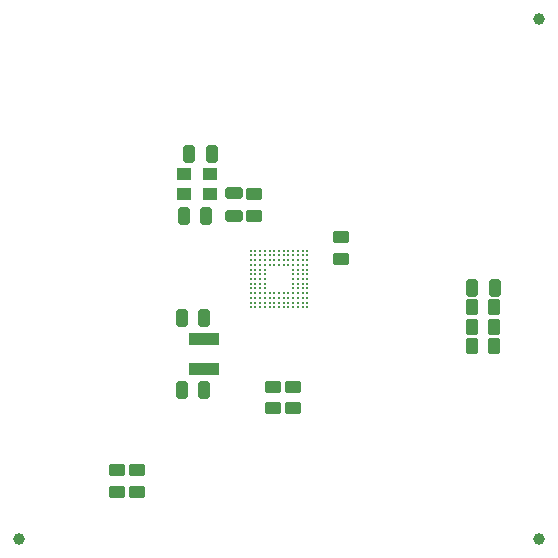
<source format=gtp>
G04*
G04 #@! TF.GenerationSoftware,Altium Limited,Altium Designer,21.4.1 (30)*
G04*
G04 Layer_Color=8421504*
%FSLAX44Y44*%
%MOMM*%
G71*
G04*
G04 #@! TF.SameCoordinates,32E730F9-F919-4429-9A71-2B0F18EA1AEE*
G04*
G04*
G04 #@! TF.FilePolarity,Positive*
G04*
G01*
G75*
%ADD23R,2.5000X1.0000*%
%ADD24R,1.2000X1.0000*%
G04:AMPARAMS|DCode=25|XSize=1.025mm|YSize=1.4mm|CornerRadius=0.123mm|HoleSize=0mm|Usage=FLASHONLY|Rotation=270.000|XOffset=0mm|YOffset=0mm|HoleType=Round|Shape=RoundedRectangle|*
%AMROUNDEDRECTD25*
21,1,1.0250,1.1540,0,0,270.0*
21,1,0.7790,1.4000,0,0,270.0*
1,1,0.2460,-0.5770,-0.3895*
1,1,0.2460,-0.5770,0.3895*
1,1,0.2460,0.5770,0.3895*
1,1,0.2460,0.5770,-0.3895*
%
%ADD25ROUNDEDRECTD25*%
G04:AMPARAMS|DCode=26|XSize=1.025mm|YSize=1.4mm|CornerRadius=0.123mm|HoleSize=0mm|Usage=FLASHONLY|Rotation=0.000|XOffset=0mm|YOffset=0mm|HoleType=Round|Shape=RoundedRectangle|*
%AMROUNDEDRECTD26*
21,1,1.0250,1.1540,0,0,0.0*
21,1,0.7790,1.4000,0,0,0.0*
1,1,0.2460,0.3895,-0.5770*
1,1,0.2460,-0.3895,-0.5770*
1,1,0.2460,-0.3895,0.5770*
1,1,0.2460,0.3895,0.5770*
%
%ADD26ROUNDEDRECTD26*%
G04:AMPARAMS|DCode=27|XSize=1mm|YSize=1.45mm|CornerRadius=0.125mm|HoleSize=0mm|Usage=FLASHONLY|Rotation=270.000|XOffset=0mm|YOffset=0mm|HoleType=Round|Shape=RoundedRectangle|*
%AMROUNDEDRECTD27*
21,1,1.0000,1.2000,0,0,270.0*
21,1,0.7500,1.4500,0,0,270.0*
1,1,0.2500,-0.6000,-0.3750*
1,1,0.2500,-0.6000,0.3750*
1,1,0.2500,0.6000,0.3750*
1,1,0.2500,0.6000,-0.3750*
%
%ADD27ROUNDEDRECTD27*%
G04:AMPARAMS|DCode=28|XSize=1mm|YSize=1.45mm|CornerRadius=0.125mm|HoleSize=0mm|Usage=FLASHONLY|Rotation=0.000|XOffset=0mm|YOffset=0mm|HoleType=Round|Shape=RoundedRectangle|*
%AMROUNDEDRECTD28*
21,1,1.0000,1.2000,0,0,0.0*
21,1,0.7500,1.4500,0,0,0.0*
1,1,0.2500,0.3750,-0.6000*
1,1,0.2500,-0.3750,-0.6000*
1,1,0.2500,-0.3750,0.6000*
1,1,0.2500,0.3750,0.6000*
%
%ADD28ROUNDEDRECTD28*%
%ADD29C,0.2290*%
%ADD30C,1.0000*%
D23*
X186500Y173800D02*
D03*
Y199200D02*
D03*
D24*
X191150Y321510D02*
D03*
X169150Y338510D02*
D03*
X191150D02*
D03*
X169150Y321510D02*
D03*
D25*
X261430Y158795D02*
D03*
Y140545D02*
D03*
X244920Y140545D02*
D03*
Y158795D02*
D03*
X228410Y303405D02*
D03*
Y321655D02*
D03*
X302070Y285155D02*
D03*
Y266905D02*
D03*
X130000Y69660D02*
D03*
Y87910D02*
D03*
X112840D02*
D03*
Y69660D02*
D03*
D26*
X431845Y209360D02*
D03*
X413595D02*
D03*
X431845Y225870D02*
D03*
X413595D02*
D03*
X431845Y193170D02*
D03*
X413595D02*
D03*
D27*
X211900Y303405D02*
D03*
Y322405D02*
D03*
D28*
X186500Y156020D02*
D03*
X167500D02*
D03*
Y216980D02*
D03*
X186500D02*
D03*
X192900Y355410D02*
D03*
X173900D02*
D03*
X413595Y242060D02*
D03*
X432595D02*
D03*
X169150Y303340D02*
D03*
X188150D02*
D03*
D29*
X274000Y226000D02*
D03*
X270000D02*
D03*
X266000D02*
D03*
X262000D02*
D03*
X258000D02*
D03*
X254000D02*
D03*
X250000D02*
D03*
X246000D02*
D03*
X242000D02*
D03*
X238000D02*
D03*
X234000D02*
D03*
X230000D02*
D03*
X226000D02*
D03*
X274000Y230000D02*
D03*
X270000D02*
D03*
X266000D02*
D03*
X262000D02*
D03*
X258000D02*
D03*
X254000D02*
D03*
X250000D02*
D03*
X246000D02*
D03*
X242000D02*
D03*
X238000D02*
D03*
X234000D02*
D03*
X230000D02*
D03*
X226000D02*
D03*
X274000Y234000D02*
D03*
X270000D02*
D03*
X266000D02*
D03*
X262000D02*
D03*
X258000D02*
D03*
X254000D02*
D03*
X250000D02*
D03*
X246000D02*
D03*
X242000D02*
D03*
X238000D02*
D03*
X234000D02*
D03*
X230000D02*
D03*
X226000D02*
D03*
X274000Y238000D02*
D03*
X270000D02*
D03*
X266000D02*
D03*
X262000D02*
D03*
X258000D02*
D03*
X254000D02*
D03*
X250000D02*
D03*
X246000D02*
D03*
X242000D02*
D03*
X238000D02*
D03*
X234000D02*
D03*
X230000D02*
D03*
X226000D02*
D03*
X274000Y242000D02*
D03*
X270000D02*
D03*
X266000D02*
D03*
X262000D02*
D03*
X238000D02*
D03*
X234000D02*
D03*
X230000D02*
D03*
X226000D02*
D03*
X274000Y246000D02*
D03*
X270000D02*
D03*
X266000D02*
D03*
X262000D02*
D03*
X238000D02*
D03*
X234000D02*
D03*
X230000D02*
D03*
X226000D02*
D03*
X274000Y250000D02*
D03*
X270000D02*
D03*
X266000D02*
D03*
X262000D02*
D03*
X238000D02*
D03*
X234000D02*
D03*
X230000D02*
D03*
X226000D02*
D03*
X274000Y254000D02*
D03*
X270000D02*
D03*
X266000D02*
D03*
X262000D02*
D03*
X238000D02*
D03*
X234000D02*
D03*
X230000D02*
D03*
X226000D02*
D03*
X274000Y258000D02*
D03*
X270000D02*
D03*
X266000D02*
D03*
X262000D02*
D03*
X238000D02*
D03*
X234000D02*
D03*
X230000D02*
D03*
X226000D02*
D03*
X274000Y262000D02*
D03*
X270000D02*
D03*
X266000D02*
D03*
X262000D02*
D03*
X258000D02*
D03*
X254000D02*
D03*
X250000D02*
D03*
X246000D02*
D03*
X242000D02*
D03*
X238000D02*
D03*
X234000D02*
D03*
X230000D02*
D03*
X226000D02*
D03*
X274000Y266000D02*
D03*
X270000D02*
D03*
X266000D02*
D03*
X262000D02*
D03*
X258000D02*
D03*
X254000D02*
D03*
X250000D02*
D03*
X246000D02*
D03*
X242000D02*
D03*
X238000D02*
D03*
X234000D02*
D03*
X226000D02*
D03*
X274000Y270000D02*
D03*
X270000D02*
D03*
X266000D02*
D03*
X262000D02*
D03*
X258000D02*
D03*
X254000D02*
D03*
X250000D02*
D03*
X246000D02*
D03*
X242000D02*
D03*
X238000D02*
D03*
X234000D02*
D03*
X230000D02*
D03*
X226000D02*
D03*
X274000Y274000D02*
D03*
X270000D02*
D03*
X266000D02*
D03*
X262000D02*
D03*
X258000D02*
D03*
X254000D02*
D03*
X250000D02*
D03*
X246000D02*
D03*
X242000D02*
D03*
X238000D02*
D03*
X234000D02*
D03*
X230000D02*
D03*
X226000D02*
D03*
X230000Y266000D02*
D03*
D30*
X470000Y30000D02*
D03*
X30000D02*
D03*
X470000Y470000D02*
D03*
M02*

</source>
